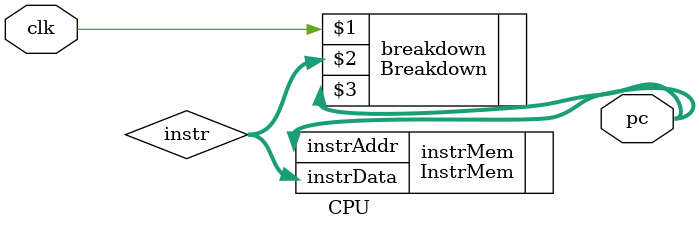
<source format=v>
module CPU (
	input							clk,
	output	[31:0]		pc
);

wire	[31:0]	instr;
InstrMem	instrMem(.instrAddr(pc), .instrData(instr));
Breakdown breakdown(clk, instr, pc);
endmodule

</source>
